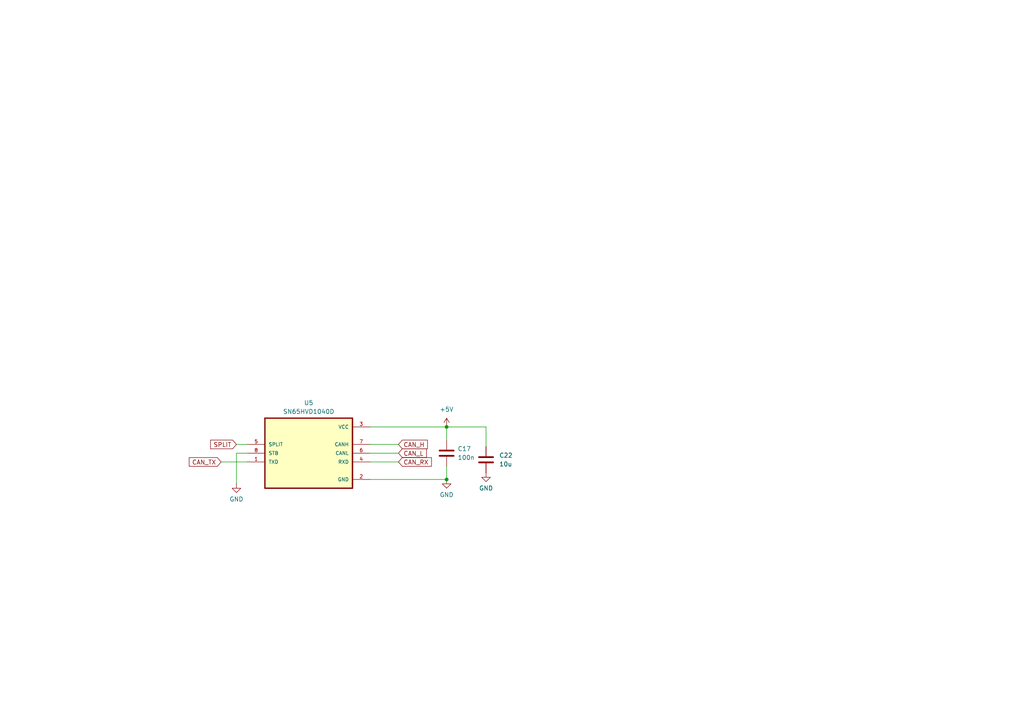
<source format=kicad_sch>
(kicad_sch (version 20231120) (generator "eeschema") (generator_version "8.0")
  (paper "A4")
  (lib_symbols
    (symbol "Device:C" (pin_numbers hide) (pin_names (offset 0.254))
      (property "Reference" "C" (at 0.635 2.54 0))
      (property "Value" "C" (at 0.635 -2.54 0))
      (symbol "C_0_1"
        (polyline (pts (xy -2.032 -0.762) (xy 2.032 -0.762)) (stroke (width 0.508)))
        (polyline (pts (xy -2.032 0.762) (xy 2.032 0.762)) (stroke (width 0.508)))
      )
      (symbol "C_1_1"
        (pin passive line (at 0 3.81 270) (length 2.794) (name "~") (number "1"))
        (pin passive line (at 0 -3.81 90) (length 2.794) (name "~") (number "2"))
      )
    )
    (symbol "SN65HVD1040D:SN65HVD1040D" (pin_names (offset 1.016))
      (property "Reference" "U" (at -12.7 11.16 0))
      (property "Value" "SN65HVD1040D" (at -12.7 -14.16 0))
      (symbol "SN65HVD1040D_0_0"
        (rectangle (start -12.7 -10.16) (end 12.7 10.16) (stroke (width 0.41)) (fill (type background)))
        (pin input line (at -17.78 -2.54 0) (length 5.08) (name "TXD") (number "1"))
        (pin power_in line (at 17.78 -7.62 180) (length 5.08) (name "GND") (number "2"))
        (pin power_in line (at 17.78 7.62 180) (length 5.08) (name "VCC") (number "3"))
        (pin output line (at 17.78 -2.54 180) (length 5.08) (name "RXD") (number "4"))
        (pin input line (at -17.78 2.54 0) (length 5.08) (name "SPLIT") (number "5"))
        (pin output line (at 17.78 0 180) (length 5.08) (name "CANL") (number "6"))
        (pin output line (at 17.78 2.54 180) (length 5.08) (name "CANH") (number "7"))
        (pin input line (at -17.78 0 0) (length 5.08) (name "STB") (number "8"))
      )
    )
    (symbol "power:+3.3V" (power) (pin_names (offset 0))
      (property "Value" "+3.3V" (at 0 3.556 0))
      (symbol "+3.3V_0_1"
        (polyline (pts (xy -0.762 1.27) (xy 0 2.54)))
        (polyline (pts (xy 0 0) (xy 0 2.54)))
        (polyline (pts (xy 0 2.54) (xy 0.762 1.27)))
      )
      (symbol "+3.3V_1_1"
        (pin power_in line (at 0 0 90) (length 0) hide (name "+3.3V") (number "1"))
      )
    )
    (symbol "power:GND" (power) (pin_names (offset 0))
      (property "Value" "GND" (at 0 -3.81 0))
      (symbol "GND_0_1"
        (polyline (pts (xy 0 0) (xy 0 -1.27) (xy 1.27 -1.27) (xy 0 -2.54) (xy -1.27 -1.27) (xy 0 -1.27)))
      )
      (symbol "GND_1_1"
        (pin power_in line (at 0 0 270) (length 0) hide (name "GND") (number "1"))
      )
    )
  )
  (junction (at 129.54 123.825))
  (junction (at 129.54 139.065))
  (wire (pts (xy 107.315 139.065) (xy 129.54 139.065)))
  (wire (pts (xy 68.58 128.905) (xy 71.755 128.905)))
  (wire (pts (xy 129.54 139.065) (xy 129.54 135.255)))
  (wire (pts (xy 64.135 133.985) (xy 71.755 133.985)))
  (wire (pts (xy 107.315 123.825) (xy 129.54 123.825)))
  (wire (pts (xy 68.58 131.445) (xy 68.58 140.335)))
  (wire (pts (xy 107.315 133.985) (xy 115.57 133.985)))
  (wire (pts (xy 107.315 131.445) (xy 115.57 131.445)))
  (wire (pts (xy 71.755 131.445) (xy 68.58 131.445)))
  (wire (pts (xy 140.97 123.825) (xy 129.54 123.825)))
  (wire (pts (xy 107.315 128.905) (xy 115.57 128.905)))
  (wire (pts (xy 129.54 123.825) (xy 129.54 127.635)))
  (wire (pts (xy 140.97 129.54) (xy 140.97 123.825)))
  (global_label "CAN_H" (shape input) (at 115.57 128.905 0) (property "Intersheetrefs" "${INTERSHEET_REFS}" (effects (hide yes))))
  (global_label "SPLIT" (shape input) (at 68.58 128.905 180) (property "Intersheetrefs" "${INTERSHEET_REFS}" (effects (hide yes))))
  (global_label "CAN_RX" (shape input) (at 115.57 133.985 0) (property "Intersheetrefs" "${INTERSHEET_REFS}" (effects (hide yes))))
  (global_label "CAN_TX" (shape input) (at 64.135 133.985 180) (property "Intersheetrefs" "${INTERSHEET_REFS}" (effects (hide yes))))
  (global_label "CAN_L" (shape input) (at 115.57 131.445 0) (property "Intersheetrefs" "${INTERSHEET_REFS}" (effects (hide yes))))
  (symbol (lib_id "SN65HVD1040D:SN65HVD1040D") (at 89.535 131.445 0) (unit 1)
    (property "Reference" "U5" (at 89.535 116.84 0))
    (property "Value" "SN65HVD1040D" (at 89.535 119.38 0))
    (property "Footprint" "SN65HVD1040D:SOIC127P599X175-8N" (effects (hide yes)))
    (property "MF" "Texas Instruments" (effects (hide yes)))
    (property "Description_1" "\nIndustrial CAN Transceiver with Ultra Low Power Standby Mode with Bus Wake-up\n" (effects (hide yes)))
    (property "Package" "SOIC-8 Texas Instruments" (effects (hide yes)))
    (property "Price" "None" (effects (hide yes)))
    (property "SnapEDA_Link" "https://www.snapeda.com/parts/SN65HVD1040D/Texas+Instruments/view-part/?ref=snap" (effects (hide yes)))
    (property "MP" "SN65HVD1040D" (effects (hide yes)))
    (property "Purchase-URL" "https://www.snapeda.com/api/url_track_click_mouser/?unipart_id=232743&manufacturer=Texas Instruments&part_name=SN65HVD1040D&search_term=sn65hvd1040" (effects (hide yes)))
    (property "Availability" "In Stock" (effects (hide yes)))
    (property "Check_prices" "https://www.snapeda.com/parts/SN65HVD1040D/Texas+Instruments/view-part/?ref=eda" (effects (hide yes)))
  )
  (symbol (lib_id "power:GND") (at 140.97 137.16 0) (unit 1)
    (property "Reference" "#PWR073" (effects (hide yes)))
    (property "Value" "GND" (at 140.97 141.605 0))
    (property "Description" "Power symbol creates a global label with name \"GND\" , ground" (effects (hide yes)))
  )
  (symbol (lib_id "Device:C") (at 129.54 131.445 0) (unit 1)
    (property "Reference" "C17" (at 132.715 130.1749 0) (effects (justify left)))
    (property "Value" "100n" (at 132.715 132.7149 0) (effects (justify left)))
    (property "Footprint" "Capacitor_SMD:C_0603_1608Metric_Pad1.08x0.95mm_HandSolder" (effects (hide yes)))
    (property "Description" "Unpolarized capacitor" (effects (hide yes)))
  )
  (symbol (lib_id "power:GND") (at 129.54 139.065 0) (unit 1)
    (property "Reference" "#PWR029" (effects (hide yes)))
    (property "Value" "GND" (at 129.54 143.51 0))
    (property "Description" "Power symbol creates a global label with name \"GND\" , ground" (effects (hide yes)))
  )
  (symbol (lib_id "Device:C") (at 140.97 133.35 0) (unit 1)
    (property "Reference" "C22" (at 144.78 132.0799 0) (effects (justify left)))
    (property "Value" "10u" (at 144.78 134.6199 0) (effects (justify left)))
    (property "Footprint" "Capacitor_SMD:C_0805_2012Metric_Pad1.18x1.45mm_HandSolder" (effects (hide yes)))
    (property "Description" "Unpolarized capacitor" (effects (hide yes)))
  )
  (symbol (lib_id "power:GND") (at 68.58 140.335 0) (unit 1)
    (property "Reference" "#PWR072" (effects (hide yes)))
    (property "Value" "GND" (at 68.58 144.78 0))
    (property "Description" "Power symbol creates a global label with name \"GND\" , ground" (effects (hide yes)))
  )
  (symbol (lib_id "power:+3.3V") (at 129.54 123.825 0) (unit 1)
    (property "Reference" "#PWR030" (effects (hide yes)))
    (property "Value" "+5V" (at 129.54 118.745 0))
  )
)
</source>
